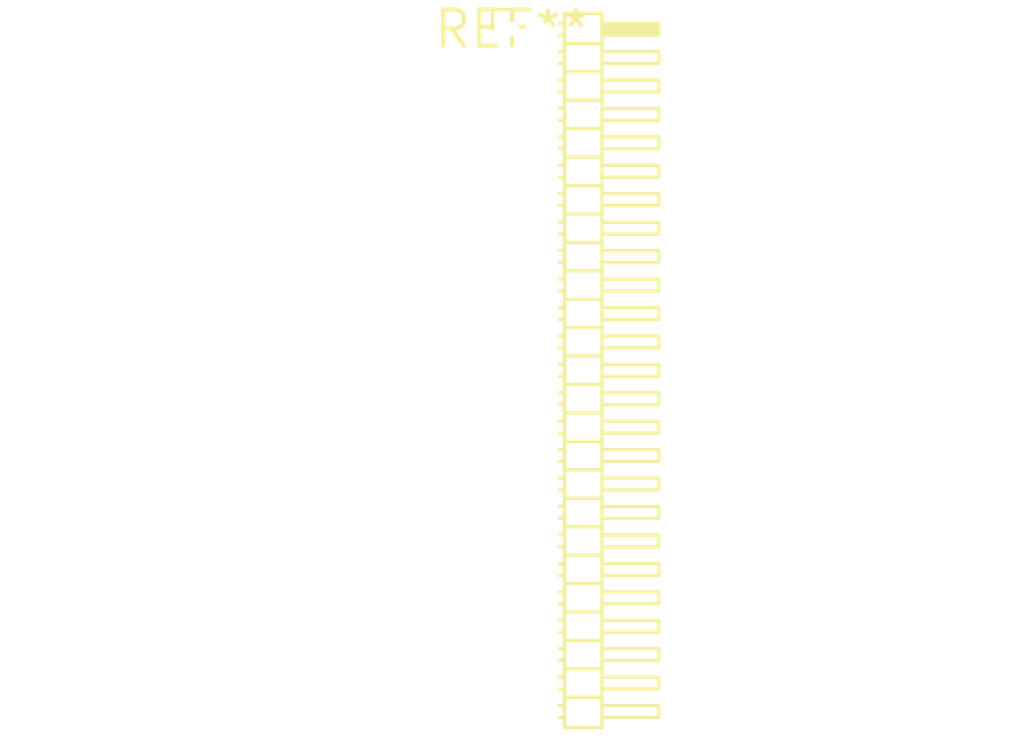
<source format=kicad_pcb>
(kicad_pcb (version 20240108) (generator pcbnew)
  (layers (0 "F.Cu" signal) (31 "B.Cu" signal) (34 "B.Paste" user) (35 "F.Paste" user) (36 "B.SilkS" user "B.Silkscreen") (37 "F.SilkS" user "F.Silkscreen") (38 "B.Mask" user) (39 "F.Mask" user) (44 "Edge.Cuts" user))
  (net 0 "")
  (footprint "PinHeader_2x25_P1.00mm_Horizontal" (layer "F.Cu") (at 0 0)
    (property "Reference" "REF**")
    (property "Value" "PinHeader_2x25_P1.00mm_Horizontal")
    (fp_line (start -0.685 -0.685) (end 0 -0.685) (layer "F.SilkS") (stroke (width 0.12)))
    (fp_line (start -0.685 0) (end -0.685 -0.685) (layer "F.SilkS") (stroke (width 0.12)))
    (fp_line (start 1.652016 -0.21) (end 1.84 -0.21) (layer "F.SilkS") (stroke (width 0.12)))
    (fp_line (start 1.652016 0.21) (end 1.84 0.21) (layer "F.SilkS") (stroke (width 0.12)))
    (fp_line (start 1.652016 0.79) (end 1.84 0.79) (layer "F.SilkS") (stroke (width 0.12)))
    (fp_line (start 1.652016 1.21) (end 1.84 1.21) (layer "F.SilkS") (stroke (width 0.12)))
    (fp_line (start 1.652016 1.79) (end 1.84 1.79) (layer "F.SilkS") (stroke (width 0.12)))
    (fp_line (start 1.652016 2.21) (end 1.84 2.21) (layer "F.SilkS") (stroke (width 0.12)))
    (fp_line (start 1.652016 2.79) (end 1.84 2.79) (layer "F.SilkS") (stroke (width 0.12)))
    (fp_line (start 1.652016 3.21) (end 1.84 3.21) (layer "F.SilkS") (stroke (width 0.12)))
    (fp_line (start 1.652016 3.79) (end 1.84 3.79) (layer "F.SilkS") (stroke (width 0.12)))
    (fp_line (start 1.652016 4.21) (end 1.84 4.21) (layer "F.SilkS") (stroke (width 0.12)))
    (fp_line (start 1.652016 4.79) (end 1.84 4.79) (layer "F.SilkS") (stroke (width 0.12)))
    (fp_line (start 1.652016 5.21) (end 1.84 5.21) (layer "F.SilkS") (stroke (width 0.12)))
    (fp_line (start 1.652016 5.79) (end 1.84 5.79) (layer "F.SilkS") (stroke (width 0.12)))
    (fp_line (start 1.652016 6.21) (end 1.84 6.21) (layer "F.SilkS") (stroke (width 0.12)))
    (fp_line (start 1.652016 6.79) (end 1.84 6.79) (layer "F.SilkS") (stroke (width 0.12)))
    (fp_line (start 1.652016 7.21) (end 1.84 7.21) (layer "F.SilkS") (stroke (width 0.12)))
    (fp_line (start 1.652016 7.79) (end 1.84 7.79) (layer "F.SilkS") (stroke (width 0.12)))
    (fp_line (start 1.652016 8.21) (end 1.84 8.21) (layer "F.SilkS") (stroke (width 0.12)))
    (fp_line (start 1.652016 8.79) (end 1.84 8.79) (layer "F.SilkS") (stroke (width 0.12)))
    (fp_line (start 1.652016 9.21) (end 1.84 9.21) (layer "F.SilkS") (stroke (width 0.12)))
    (fp_line (start 1.652016 9.79) (end 1.84 9.79) (layer "F.SilkS") (stroke (width 0.12)))
    (fp_line (start 1.652016 10.21) (end 1.84 10.21) (layer "F.SilkS") (stroke (width 0.12)))
    (fp_line (start 1.652016 10.79) (end 1.84 10.79) (layer "F.SilkS") (stroke (width 0.12)))
    (fp_line (start 1.652016 11.21) (end 1.84 11.21) (layer "F.SilkS") (stroke (width 0.12)))
    (fp_line (start 1.652016 11.79) (end 1.84 11.79) (layer "F.SilkS") (stroke (width 0.12)))
    (fp_line (start 1.652016 12.21) (end 1.84 12.21) (layer "F.SilkS") (stroke (width 0.12)))
    (fp_line (start 1.652016 12.79) (end 1.84 12.79) (layer "F.SilkS") (stroke (width 0.12)))
    (fp_line (start 1.652016 13.21) (end 1.84 13.21) (layer "F.SilkS") (stroke (width 0.12)))
    (fp_line (start 1.652016 13.79) (end 1.84 13.79) (layer "F.SilkS") (stroke (width 0.12)))
    (fp_line (start 1.652016 14.21) (end 1.84 14.21) (layer "F.SilkS") (stroke (width 0.12)))
    (fp_line (start 1.652016 14.79) (end 1.84 14.79) (layer "F.SilkS") (stroke (width 0.12)))
    (fp_line (start 1.652016 15.21) (end 1.84 15.21) (layer "F.SilkS") (stroke (width 0.12)))
    (fp_line (start 1.652016 15.79) (end 1.84 15.79) (layer "F.SilkS") (stroke (width 0.12)))
    (fp_line (start 1.652016 16.21) (end 1.84 16.21) (layer "F.SilkS") (stroke (width 0.12)))
    (fp_line (start 1.652016 16.79) (end 1.84 16.79) (layer "F.SilkS") (stroke (width 0.12)))
    (fp_line (start 1.652016 17.21) (end 1.84 17.21) (layer "F.SilkS") (stroke (width 0.12)))
    (fp_line (start 1.652016 17.79) (end 1.84 17.79) (layer "F.SilkS") (stroke (width 0.12)))
    (fp_line (start 1.652016 18.21) (end 1.84 18.21) (layer "F.SilkS") (stroke (width 0.12)))
    (fp_line (start 1.652016 18.79) (end 1.84 18.79) (layer "F.SilkS") (stroke (width 0.12)))
    (fp_line (start 1.652016 19.21) (end 1.84 19.21) (layer "F.SilkS") (stroke (width 0.12)))
    (fp_line (start 1.652016 19.79) (end 1.84 19.79) (layer "F.SilkS") (stroke (width 0.12)))
    (fp_line (start 1.652016 20.21) (end 1.84 20.21) (layer "F.SilkS") (stroke (width 0.12)))
    (fp_line (start 1.652016 20.79) (end 1.84 20.79) (layer "F.SilkS") (stroke (width 0.12)))
    (fp_line (start 1.652016 21.21) (end 1.84 21.21) (layer "F.SilkS") (stroke (width 0.12)))
    (fp_line (start 1.652016 21.79) (end 1.84 21.79) (layer "F.SilkS") (stroke (width 0.12)))
    (fp_line (start 1.652016 22.21) (end 1.84 22.21) (layer "F.SilkS") (stroke (width 0.12)))
    (fp_line (start 1.652016 22.79) (end 1.84 22.79) (layer "F.SilkS") (stroke (width 0.12)))
    (fp_line (start 1.652016 23.21) (end 1.84 23.21) (layer "F.SilkS") (stroke (width 0.12)))
    (fp_line (start 1.652016 23.79) (end 1.84 23.79) (layer "F.SilkS") (stroke (width 0.12)))
    (fp_line (start 1.652016 24.21) (end 1.84 24.21) (layer "F.SilkS") (stroke (width 0.12)))
    (fp_line (start 1.84 -0.56) (end 1.84 24.56) (layer "F.SilkS") (stroke (width 0.12)))
    (fp_line (start 1.84 0.5) (end 3.16 0.5) (layer "F.SilkS") (stroke (width 0.12)))
    (fp_line (start 1.84 1.5) (end 3.16 1.5) (layer "F.SilkS") (stroke (width 0.12)))
    (fp_line (start 1.84 2.5) (end 3.16 2.5) (layer "F.SilkS") (stroke (width 0.12)))
    (fp_line (start 1.84 3.5) (end 3.16 3.5) (layer "F.SilkS") (stroke (width 0.12)))
    (fp_line (start 1.84 4.5) (end 3.16 4.5) (layer "F.SilkS") (stroke (width 0.12)))
    (fp_line (start 1.84 5.5) (end 3.16 5.5) (layer "F.SilkS") (stroke (width 0.12)))
    (fp_line (start 1.84 6.5) (end 3.16 6.5) (layer "F.SilkS") (stroke (width 0.12)))
    (fp_line (start 1.84 7.5) (end 3.16 7.5) (layer "F.SilkS") (stroke (width 0.12)))
    (fp_line (start 1.84 8.5) (end 3.16 8.5) (layer "F.SilkS") (stroke (width 0.12)))
    (fp_line (start 1.84 9.5) (end 3.16 9.5) (layer "F.SilkS") (stroke (width 0.12)))
    (fp_line (start 1.84 10.5) (end 3.16 10.5) (layer "F.SilkS") (stroke (width 0.12)))
    (fp_line (start 1.84 11.5) (end 3.16 11.5) (layer "F.SilkS") (stroke (width 0.12)))
    (fp_line (start 1.84 12.5) (end 3.16 12.5) (layer "F.SilkS") (stroke (width 0.12)))
    (fp_line (start 1.84 13.5) (end 3.16 13.5) (layer "F.SilkS") (stroke (width 0.12)))
    (fp_line (start 1.84 14.5) (end 3.16 14.5) (layer "F.SilkS") (stroke (width 0.12)))
    (fp_line (start 1.84 15.5) (end 3.16 15.5) (layer "F.SilkS") (stroke (width 0.12)))
    (fp_line (start 1.84 16.5) (end 3.16 16.5) (layer "F.SilkS") (stroke (width 0.12)))
    (fp_line (start 1.84 17.5) (end 3.16 17.5) (layer "F.SilkS") (stroke (width 0.12)))
    (fp_line (start 1.84 18.5) (end 3.16 18.5) (layer "F.SilkS") (stroke (width 0.12)))
    (fp_line (start 1.84 19.5) (end 3.16 19.5) (layer "F.SilkS") (stroke (width 0.12)))
    (fp_line (start 1.84 20.5) (end 3.16 20.5) (layer "F.SilkS") (stroke (width 0.12)))
    (fp_line (start 1.84 21.5) (end 3.16 21.5) (layer "F.SilkS") (stroke (width 0.12)))
    (fp_line (start 1.84 22.5) (end 3.16 22.5) (layer "F.SilkS") (stroke (width 0.12)))
    (fp_line (start 1.84 23.5) (end 3.16 23.5) (layer "F.SilkS") (stroke (width 0.12)))
    (fp_line (start 1.84 24.56) (end 3.16 24.56) (layer "F.SilkS") (stroke (width 0.12)))
    (fp_line (start 3.16 -0.56) (end 1.84 -0.56) (layer "F.SilkS") (stroke (width 0.12)))
    (fp_line (start 3.16 -0.21) (end 5.16 -0.21) (layer "F.SilkS") (stroke (width 0.12)))
    (fp_line (start 3.16 -0.15) (end 5.16 -0.15) (layer "F.SilkS") (stroke (width 0.12)))
    (fp_line (start 3.16 -0.03) (end 5.16 -0.03) (layer "F.SilkS") (stroke (width 0.12)))
    (fp_line (start 3.16 0.09) (end 5.16 0.09) (layer "F.SilkS") (stroke (width 0.12)))
    (fp_line (start 3.16 0.79) (end 5.16 0.79) (layer "F.SilkS") (stroke (width 0.12)))
    (fp_line (start 3.16 1.79) (end 5.16 1.79) (layer "F.SilkS") (stroke (width 0.12)))
    (fp_line (start 3.16 2.79) (end 5.16 2.79) (layer "F.SilkS") (stroke (width 0.12)))
    (fp_line (start 3.16 3.79) (end 5.16 3.79) (layer "F.SilkS") (stroke (width 0.12)))
    (fp_line (start 3.16 4.79) (end 5.16 4.79) (layer "F.SilkS") (stroke (width 0.12)))
    (fp_line (start 3.16 5.79) (end 5.16 5.79) (layer "F.SilkS") (stroke (width 0.12)))
    (fp_line (start 3.16 6.79) (end 5.16 6.79) (layer "F.SilkS") (stroke (width 0.12)))
    (fp_line (start 3.16 7.79) (end 5.16 7.79) (layer "F.SilkS") (stroke (width 0.12)))
    (fp_line (start 3.16 8.79) (end 5.16 8.79) (layer "F.SilkS") (stroke (width 0.12)))
    (fp_line (start 3.16 9.79) (end 5.16 9.79) (layer "F.SilkS") (stroke (width 0.12)))
    (fp_line (start 3.16 10.79) (end 5.16 10.79) (layer "F.SilkS") (stroke (width 0.12)))
    (fp_line (start 3.16 11.79) (end 5.16 11.79) (layer "F.SilkS") (stroke (width 0.12)))
    (fp_line (start 3.16 12.79) (end 5.16 12.79) (layer "F.SilkS") (stroke (width 0.12)))
    (fp_line (start 3.16 13.79) (end 5.16 13.79) (layer "F.SilkS") (stroke (width 0.12)))
    (fp_line (start 3.16 14.79) (end 5.16 14.79) (layer "F.SilkS") (stroke (width 0.12)))
    (fp_line (start 3.16 15.79) (end 5.16 15.79) (layer "F.SilkS") (stroke (width 0.12)))
    (fp_line (start 3.16 16.79) (end 5.16 16.79) (layer "F.SilkS") (stroke (width 0.12)))
    (fp_line (start 3.16 17.79) (end 5.16 17.79) (layer "F.SilkS") (stroke (width 0.12)))
    (fp_line (start 3.16 18.79) (end 5.16 18.79) (layer "F.SilkS") (stroke (width 0.12)))
    (fp_line (start 3.16 19.79) (end 5.16 19.79) (layer "F.SilkS") (stroke (width 0.12)))
    (fp_line (start 3.16 20.79) (end 5.16 20.79) (layer "F.SilkS") (stroke (width 0.12)))
    (fp_line (start 3.16 21.79) (end 5.16 21.79) (layer "F.SilkS") (stroke (width 0.12)))
    (fp_line (start 3.16 22.79) (end 5.16 22.79) (layer "F.SilkS") (stroke (width 0.12)))
    (fp_line (start 3.16 23.79) (end 5.16 23.79) (layer "F.SilkS") (stroke (width 0.12)))
    (fp_line (start 3.16 24.56) (end 3.16 -0.56) (layer "F.SilkS") (stroke (width 0.12)))
    (fp_line (start 5.16 -0.21) (end 5.16 0.21) (layer "F.SilkS") (stroke (width 0.12)))
    (fp_line (start 5.16 0.21) (end 3.16 0.21) (layer "F.SilkS") (stroke (width 0.12)))
    (fp_line (start 5.16 0.79) (end 5.16 1.21) (layer "F.SilkS") (stroke (width 0.12)))
    (fp_line (start 5.16 1.21) (end 3.16 1.21) (layer "F.SilkS") (stroke (width 0.12)))
    (fp_line (start 5.16 1.79) (end 5.16 2.21) (layer "F.SilkS") (stroke (width 0.12)))
    (fp_line (start 5.16 2.21) (end 3.16 2.21) (layer "F.SilkS") (stroke (width 0.12)))
    (fp_line (start 5.16 2.79) (end 5.16 3.21) (layer "F.SilkS") (stroke (width 0.12)))
    (fp_line (start 5.16 3.21) (end 3.16 3.21) (layer "F.SilkS") (stroke (width 0.12)))
    (fp_line (start 5.16 3.79) (end 5.16 4.21) (layer "F.SilkS") (stroke (width 0.12)))
    (fp_line (start 5.16 4.21) (end 3.16 4.21) (layer "F.SilkS") (stroke (width 0.12)))
    (fp_line (start 5.16 4.79) (end 5.16 5.21) (layer "F.SilkS") (stroke (width 0.12)))
    (fp_line (start 5.16 5.21) (end 3.16 5.21) (layer "F.SilkS") (stroke (width 0.12)))
    (fp_line (start 5.16 5.79) (end 5.16 6.21) (layer "F.SilkS") (stroke (width 0.12)))
    (fp_line (start 5.16 6.21) (end 3.16 6.21) (layer "F.SilkS") (stroke (width 0.12)))
    (fp_line (start 5.16 6.79) (end 5.16 7.21) (layer "F.SilkS") (stroke (width 0.12)))
    (fp_line (start 5.16 7.21) (end 3.16 7.21) (layer "F.SilkS") (stroke (width 0.12)))
    (fp_line (start 5.16 7.79) (end 5.16 8.21) (layer "F.SilkS") (stroke (width 0.12)))
    (fp_line (start 5.16 8.21) (end 3.16 8.21) (layer "F.SilkS") (stroke (width 0.12)))
    (fp_line (start 5.16 8.79) (end 5.16 9.21) (layer "F.SilkS") (stroke (width 0.12)))
    (fp_line (start 5.16 9.21) (end 3.16 9.21) (layer "F.SilkS") (stroke (width 0.12)))
    (fp_line (start 5.16 9.79) (end 5.16 10.21) (layer "F.SilkS") (stroke (width 0.12)))
    (fp_line (start 5.16 10.21) (end 3.16 10.21) (layer "F.SilkS") (stroke (width 0.12)))
    (fp_line (start 5.16 10.79) (end 5.16 11.21) (layer "F.SilkS") (stroke (width 0.12)))
    (fp_line (start 5.16 11.21) (end 3.16 11.21) (layer "F.SilkS") (stroke (width 0.12)))
    (fp_line (start 5.16 11.79) (end 5.16 12.21) (layer "F.SilkS") (stroke (width 0.12)))
    (fp_line (start 5.16 12.21) (end 3.16 12.21) (layer "F.SilkS") (stroke (width 0.12)))
    (fp_line (start 5.16 12.79) (end 5.16 13.21) (layer "F.SilkS") (stroke (width 0.12)))
    (fp_line (start 5.16 13.21) (end 3.16 13.21) (layer "F.SilkS") (stroke (width 0.12)))
    (fp_line (start 5.16 13.79) (end 5.16 14.21) (layer "F.SilkS") (stroke (width 0.12)))
    (fp_line (start 5.16 14.21) (end 3.16 14.21) (layer "F.SilkS") (stroke (width 0.12)))
    (fp_line (start 5.16 14.79) (end 5.16 15.21) (layer "F.SilkS") (stroke (width 0.12)))
    (fp_line (start 5.16 15.21) (end 3.16 15.21) (layer "F.SilkS") (stroke (width 0.12)))
    (fp_line (start 5.16 15.79) (end 5.16 16.21) (layer "F.SilkS") (stroke (width 0.12)))
    (fp_line (start 5.16 16.21) (end 3.16 16.21) (layer "F.SilkS") (stroke (width 0.12)))
    (fp_line (start 5.16 16.79) (end 5.16 17.21) (layer "F.SilkS") (stroke (width 0.12)))
    (fp_line (start 5.16 17.21) (end 3.16 17.21) (layer "F.SilkS") (stroke (width 0.12)))
    (fp_line (start 5.16 17.79) (end 5.16 18.21) (layer "F.SilkS") (stroke (width 0.12)))
    (fp_line (start 5.16 18.21) (end 3.16 18.21) (layer "F.SilkS") (stroke (width 0.12)))
    (fp_line (start 5.16 18.79) (end 5.16 19.21) (layer "F.SilkS") (stroke (width 0.12)))
    (fp_line (start 5.16 19.21) (end 3.16 19.21) (layer "F.SilkS") (stroke (width 0.12)))
    (fp_line (start 5.16 19.79) (end 5.16 20.21) (layer "F.SilkS") (stroke (width 0.12)))
    (fp_line (start 5.16 20.21) (end 3.16 20.21) (layer "F.SilkS") (stroke (width 0.12)))
    (fp_line (start 5.16 20.79) (end 5.16 21.21) (layer "F.SilkS") (stroke (width 0.12)))
    (fp_line (start 5.16 21.21) (end 3.16 21.21) (layer "F.SilkS") (stroke (width 0.12)))
    (fp_line (start 5.16 21.79) (end 5.16 22.21) (layer "F.SilkS") (stroke (width 0.12)))
    (fp_line (start 5.16 22.21) (end 3.16 22.21) (layer "F.SilkS") (stroke (width 0.12)))
    (fp_line (start 5.16 22.79) (end 5.16 23.21) (layer "F.SilkS") (stroke (width 0.12)))
    (fp_line (start 5.16 23.21) (end 3.16 23.21) (layer "F.SilkS") (stroke (width 0.12)))
    (fp_line (start 5.16 23.79) (end 5.16 24.21) (layer "F.SilkS") (stroke (width 0.12)))
    (fp_line (start 5.16 24.21) (end 3.16 24.21) (layer "F.SilkS") (stroke (width 0.12)))
    (pad "1" thru_hole rect (at 0 0) (size 0.85 0.85) (drill 0.5) (layers *.Cu *.Mask) (remove_unused_layers))
    (pad "2" thru_hole oval (at 1 0) (size 0.85 0.85) (drill 0.5) (layers *.Cu *.Mask) (remove_unused_layers))
    (pad "3" thru_hole oval (at 0 1) (size 0.85 0.85) (drill 0.5) (layers *.Cu *.Mask) (remove_unused_layers))
    (pad "4" thru_hole oval (at 1 1) (size 0.85 0.85) (drill 0.5) (layers *.Cu *.Mask) (remove_unused_layers))
    (pad "5" thru_hole oval (at 0 2) (size 0.85 0.85) (drill 0.5) (layers *.Cu *.Mask) (remove_unused_layers))
    (pad "6" thru_hole oval (at 1 2) (size 0.85 0.85) (drill 0.5) (layers *.Cu *.Mask) (remove_unused_layers))
    (pad "7" thru_hole oval (at 0 3) (size 0.85 0.85) (drill 0.5) (layers *.Cu *.Mask) (remove_unused_layers))
    (pad "8" thru_hole oval (at 1 3) (size 0.85 0.85) (drill 0.5) (layers *.Cu *.Mask) (remove_unused_layers))
    (pad "9" thru_hole oval (at 0 4) (size 0.85 0.85) (drill 0.5) (layers *.Cu *.Mask) (remove_unused_layers))
    (pad "10" thru_hole oval (at 1 4) (size 0.85 0.85) (drill 0.5) (layers *.Cu *.Mask) (remove_unused_layers))
    (pad "11" thru_hole oval (at 0 5) (size 0.85 0.85) (drill 0.5) (layers *.Cu *.Mask) (remove_unused_layers))
    (pad "12" thru_hole oval (at 1 5) (size 0.85 0.85) (drill 0.5) (layers *.Cu *.Mask) (remove_unused_layers))
    (pad "13" thru_hole oval (at 0 6) (size 0.85 0.85) (drill 0.5) (layers *.Cu *.Mask) (remove_unused_layers))
    (pad "14" thru_hole oval (at 1 6) (size 0.85 0.85) (drill 0.5) (layers *.Cu *.Mask) (remove_unused_layers))
    (pad "15" thru_hole oval (at 0 7) (size 0.85 0.85) (drill 0.5) (layers *.Cu *.Mask) (remove_unused_layers))
    (pad "16" thru_hole oval (at 1 7) (size 0.85 0.85) (drill 0.5) (layers *.Cu *.Mask) (remove_unused_layers))
    (pad "17" thru_hole oval (at 0 8) (size 0.85 0.85) (drill 0.5) (layers *.Cu *.Mask) (remove_unused_layers))
    (pad "18" thru_hole oval (at 1 8) (size 0.85 0.85) (drill 0.5) (layers *.Cu *.Mask) (remove_unused_layers))
    (pad "19" thru_hole oval (at 0 9) (size 0.85 0.85) (drill 0.5) (layers *.Cu *.Mask) (remove_unused_layers))
    (pad "20" thru_hole oval (at 1 9) (size 0.85 0.85) (drill 0.5) (layers *.Cu *.Mask) (remove_unused_layers))
    (pad "21" thru_hole oval (at 0 10) (size 0.85 0.85) (drill 0.5) (layers *.Cu *.Mask) (remove_unused_layers))
    (pad "22" thru_hole oval (at 1 10) (size 0.85 0.85) (drill 0.5) (layers *.Cu *.Mask) (remove_unused_layers))
    (pad "23" thru_hole oval (at 0 11) (size 0.85 0.85) (drill 0.5) (layers *.Cu *.Mask) (remove_unused_layers))
    (pad "24" thru_hole oval (at 1 11) (size 0.85 0.85) (drill 0.5) (layers *.Cu *.Mask) (remove_unused_layers))
    (pad "25" thru_hole oval (at 0 12) (size 0.85 0.85) (drill 0.5) (layers *.Cu *.Mask) (remove_unused_layers))
    (pad "26" thru_hole oval (at 1 12) (size 0.85 0.85) (drill 0.5) (layers *.Cu *.Mask) (remove_unused_layers))
    (pad "27" thru_hole oval (at 0 13) (size 0.85 0.85) (drill 0.5) (layers *.Cu *.Mask) (remove_unused_layers))
    (pad "28" thru_hole oval (at 1 13) (size 0.85 0.85) (drill 0.5) (layers *.Cu *.Mask) (remove_unused_layers))
    (pad "29" thru_hole oval (at 0 14) (size 0.85 0.85) (drill 0.5) (layers *.Cu *.Mask) (remove_unused_layers))
    (pad "30" thru_hole oval (at 1 14) (size 0.85 0.85) (drill 0.5) (layers *.Cu *.Mask) (remove_unused_layers))
    (pad "31" thru_hole oval (at 0 15) (size 0.85 0.85) (drill 0.5) (layers *.Cu *.Mask) (remove_unused_layers))
    (pad "32" thru_hole oval (at 1 15) (size 0.85 0.85) (drill 0.5) (layers *.Cu *.Mask) (remove_unused_layers))
    (pad "33" thru_hole oval (at 0 16) (size 0.85 0.85) (drill 0.5) (layers *.Cu *.Mask) (remove_unused_layers))
    (pad "34" thru_hole oval (at 1 16) (size 0.85 0.85) (drill 0.5) (layers *.Cu *.Mask) (remove_unused_layers))
    (pad "35" thru_hole oval (at 0 17) (size 0.85 0.85) (drill 0.5) (layers *.Cu *.Mask) (remove_unused_layers))
    (pad "36" thru_hole oval (at 1 17) (size 0.85 0.85) (drill 0.5) (layers *.Cu *.Mask) (remove_unused_layers))
    (pad "37" thru_hole oval (at 0 18) (size 0.85 0.85) (drill 0.5) (layers *.Cu *.Mask) (remove_unused_layers))
    (pad "38" thru_hole oval (at 1 18) (size 0.85 0.85) (drill 0.5) (layers *.Cu *.Mask) (remove_unused_layers))
    (pad "39" thru_hole oval (at 0 19) (size 0.85 0.85) (drill 0.5) (layers *.Cu *.Mask) (remove_unused_layers))
    (pad "40" thru_hole oval (at 1 19) (size 0.85 0.85) (drill 0.5) (layers *.Cu *.Mask) (remove_unused_layers))
    (pad "41" thru_hole oval (at 0 20) (size 0.85 0.85) (drill 0.5) (layers *.Cu *.Mask) (remove_unused_layers))
    (pad "42" thru_hole oval (at 1 20) (size 0.85 0.85) (drill 0.5) (layers *.Cu *.Mask) (remove_unused_layers))
    (pad "43" thru_hole oval (at 0 21) (size 0.85 0.85) (drill 0.5) (layers *.Cu *.Mask) (remove_unused_layers))
    (pad "44" thru_hole oval (at 1 21) (size 0.85 0.85) (drill 0.5) (layers *.Cu *.Mask) (remove_unused_layers))
    (pad "45" thru_hole oval (at 0 22) (size 0.85 0.85) (drill 0.5) (layers *.Cu *.Mask) (remove_unused_layers))
    (pad "46" thru_hole oval (at 1 22) (size 0.85 0.85) (drill 0.5) (layers *.Cu *.Mask) (remove_unused_layers))
    (pad "47" thru_hole oval (at 0 23) (size 0.85 0.85) (drill 0.5) (layers *.Cu *.Mask) (remove_unused_layers))
    (pad "48" thru_hole oval (at 1 23) (size 0.85 0.85) (drill 0.5) (layers *.Cu *.Mask) (remove_unused_layers))
    (pad "49" thru_hole oval (at 0 24) (size 0.85 0.85) (drill 0.5) (layers *.Cu *.Mask) (remove_unused_layers))
    (pad "50" thru_hole oval (at 1 24) (size 0.85 0.85) (drill 0.5) (layers *.Cu *.Mask) (remove_unused_layers))
  )
)
</source>
